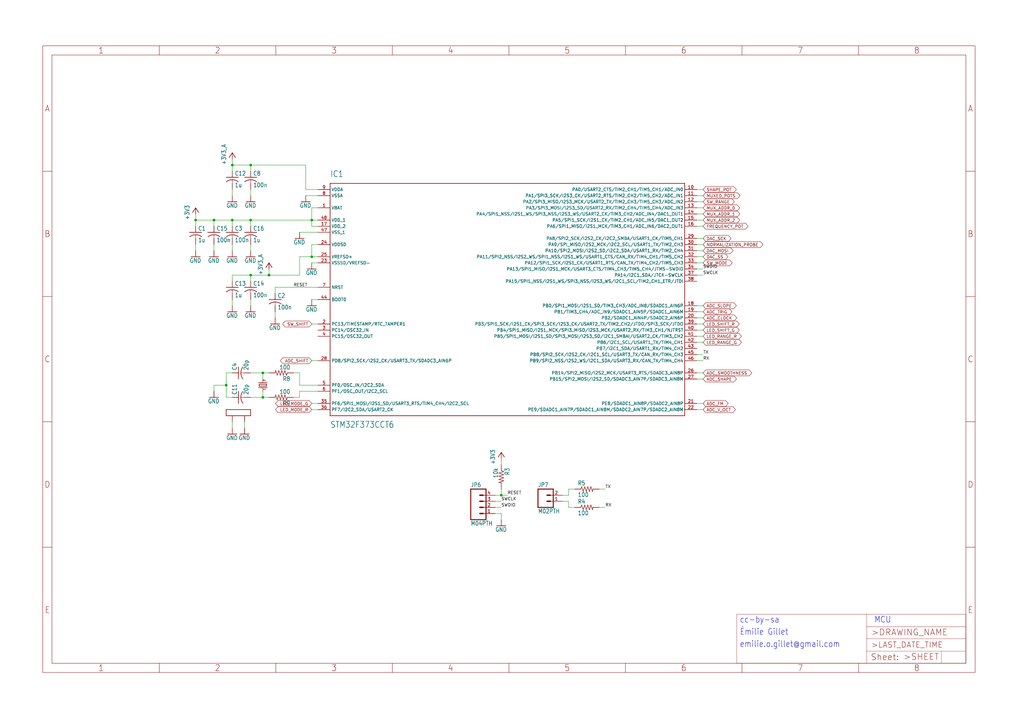
<source format=kicad_sch>
(kicad_sch (version 20211123) (generator eeschema)
  (paper "User" 425.45 299.161)
  (lib_symbols
    (symbol "tides-eagle-import:+3V3" (power)
      (property "Value" "+3V3" (at -2.54 -5.08 90))
      (symbol "+3V3_1_0"
        (polyline (pts (xy 0 0) (xy -1.27 -1.905)) (stroke (width 0.254)))
        (polyline (pts (xy 1.27 -1.905) (xy 0 0)) (stroke (width 0.254)))
        (pin power_in line (at 0 -2.54 90) (length 2.54) (name "+3V3") (number "1"))
      )
    )
    (symbol "tides-eagle-import:+3V3_A" (power)
      (property "Value" "+3V3_A" (at -2.54 -5.08 90))
      (symbol "+3V3_A_1_0"
        (polyline (pts (xy 0 0) (xy -1.27 -1.905)) (stroke (width 0.254)))
        (polyline (pts (xy 1.27 -1.905) (xy 0 0)) (stroke (width 0.254)))
        (pin power_in line (at 0 -2.54 90) (length 2.54) (name "+3V3_A") (number "1"))
      )
    )
    (symbol "tides-eagle-import:A3L-LOC"
      (symbol "A3L-LOC_1_0"
        (polyline (pts (xy 0 52.07) (xy 3.81 52.07)))
        (polyline (pts (xy 0 104.14) (xy 3.81 104.14)))
        (polyline (pts (xy 0 156.21) (xy 3.81 156.21)))
        (polyline (pts (xy 0 208.28) (xy 3.81 208.28)))
        (polyline (pts (xy 3.81 3.81) (xy 3.81 256.54)))
        (polyline (pts (xy 48.4188 0) (xy 48.4188 3.81)))
        (polyline (pts (xy 48.4188 256.54) (xy 48.4188 260.35)))
        (polyline (pts (xy 96.8375 0) (xy 96.8375 3.81)))
        (polyline (pts (xy 96.8375 256.54) (xy 96.8375 260.35)))
        (polyline (pts (xy 145.2563 0) (xy 145.2563 3.81)))
        (polyline (pts (xy 145.2563 256.54) (xy 145.2563 260.35)))
        (polyline (pts (xy 193.675 0) (xy 193.675 3.81)))
        (polyline (pts (xy 193.675 256.54) (xy 193.675 260.35)))
        (polyline (pts (xy 242.0938 0) (xy 242.0938 3.81)))
        (polyline (pts (xy 242.0938 256.54) (xy 242.0938 260.35)))
        (polyline (pts (xy 288.29 3.81) (xy 288.29 24.13)) (stroke (width 0.1016)))
        (polyline (pts (xy 288.29 3.81) (xy 342.265 3.81)) (stroke (width 0.1016)))
        (polyline (pts (xy 288.29 24.13) (xy 342.265 24.13)) (stroke (width 0.1016)))
        (polyline (pts (xy 290.5125 0) (xy 290.5125 3.81)))
        (polyline (pts (xy 290.5125 256.54) (xy 290.5125 260.35)))
        (polyline (pts (xy 338.9313 0) (xy 338.9313 3.81)))
        (polyline (pts (xy 338.9313 256.54) (xy 338.9313 260.35)))
        (polyline (pts (xy 342.265 3.81) (xy 373.38 3.81)) (stroke (width 0.1016)))
        (polyline (pts (xy 342.265 8.89) (xy 342.265 3.81)) (stroke (width 0.1016)))
        (polyline (pts (xy 342.265 8.89) (xy 342.265 13.97)) (stroke (width 0.1016)))
        (polyline (pts (xy 342.265 13.97) (xy 342.265 19.05)) (stroke (width 0.1016)))
        (polyline (pts (xy 342.265 13.97) (xy 383.54 13.97)) (stroke (width 0.1016)))
        (polyline (pts (xy 342.265 19.05) (xy 342.265 24.13)) (stroke (width 0.1016)))
        (polyline (pts (xy 342.265 19.05) (xy 383.54 19.05)) (stroke (width 0.1016)))
        (polyline (pts (xy 342.265 24.13) (xy 383.54 24.13)) (stroke (width 0.1016)))
        (polyline (pts (xy 373.38 3.81) (xy 373.38 8.89)) (stroke (width 0.1016)))
        (polyline (pts (xy 373.38 3.81) (xy 383.54 3.81)) (stroke (width 0.1016)))
        (polyline (pts (xy 373.38 8.89) (xy 342.265 8.89)) (stroke (width 0.1016)))
        (polyline (pts (xy 373.38 8.89) (xy 383.54 8.89)) (stroke (width 0.1016)))
        (polyline (pts (xy 383.54 3.81) (xy 3.81 3.81)))
        (polyline (pts (xy 383.54 3.81) (xy 383.54 8.89)) (stroke (width 0.1016)))
        (polyline (pts (xy 383.54 3.81) (xy 383.54 256.54)))
        (polyline (pts (xy 383.54 8.89) (xy 383.54 13.97)) (stroke (width 0.1016)))
        (polyline (pts (xy 383.54 13.97) (xy 383.54 19.05)) (stroke (width 0.1016)))
        (polyline (pts (xy 383.54 19.05) (xy 383.54 24.13)) (stroke (width 0.1016)))
        (polyline (pts (xy 383.54 52.07) (xy 387.35 52.07)))
        (polyline (pts (xy 383.54 104.14) (xy 387.35 104.14)))
        (polyline (pts (xy 383.54 156.21) (xy 387.35 156.21)))
        (polyline (pts (xy 383.54 208.28) (xy 387.35 208.28)))
        (polyline (pts (xy 383.54 256.54) (xy 3.81 256.54)))
        (polyline (pts (xy 0 0) (xy 387.35 0) (xy 387.35 260.35) (xy 0 260.35) (xy 0 0)))
        (text "1" (at 24.2094 1.905 0) (effects (font (size 2.54 2.286))))
        (text "1" (at 24.2094 258.445 0) (effects (font (size 2.54 2.286))))
        (text "2" (at 72.6281 1.905 0) (effects (font (size 2.54 2.286))))
        (text "2" (at 72.6281 258.445 0) (effects (font (size 2.54 2.286))))
        (text "3" (at 121.0469 1.905 0) (effects (font (size 2.54 2.286))))
        (text "3" (at 121.0469 258.445 0) (effects (font (size 2.54 2.286))))
        (text "4" (at 169.4656 1.905 0) (effects (font (size 2.54 2.286))))
        (text "4" (at 169.4656 258.445 0) (effects (font (size 2.54 2.286))))
        (text "5" (at 217.8844 1.905 0) (effects (font (size 2.54 2.286))))
        (text "5" (at 217.8844 258.445 0) (effects (font (size 2.54 2.286))))
        (text "6" (at 266.3031 1.905 0) (effects (font (size 2.54 2.286))))
        (text "6" (at 266.3031 258.445 0) (effects (font (size 2.54 2.286))))
        (text "7" (at 314.7219 1.905 0) (effects (font (size 2.54 2.286))))
        (text "7" (at 314.7219 258.445 0) (effects (font (size 2.54 2.286))))
        (text "8" (at 363.1406 1.905 0) (effects (font (size 2.54 2.286))))
        (text "8" (at 363.1406 258.445 0) (effects (font (size 2.54 2.286))))
        (text ">DRAWING_NAME" (at 344.17 15.24 0) (effects (font (size 2.54 2.54)) (justify left bottom)))
        (text ">LAST_DATE_TIME" (at 344.17 10.16 0) (effects (font (size 2.286 2.286)) (justify left bottom)))
        (text ">SHEET" (at 357.505 5.08 0) (effects (font (size 2.54 2.54)) (justify left bottom)))
        (text "A" (at 1.905 234.315 0) (effects (font (size 2.54 2.286))))
        (text "A" (at 385.445 234.315 0) (effects (font (size 2.54 2.286))))
        (text "B" (at 1.905 182.245 0) (effects (font (size 2.54 2.286))))
        (text "B" (at 385.445 182.245 0) (effects (font (size 2.54 2.286))))
        (text "C" (at 1.905 130.175 0) (effects (font (size 2.54 2.286))))
        (text "C" (at 385.445 130.175 0) (effects (font (size 2.54 2.286))))
        (text "D" (at 1.905 78.105 0) (effects (font (size 2.54 2.286))))
        (text "D" (at 385.445 78.105 0) (effects (font (size 2.54 2.286))))
        (text "E" (at 1.905 26.035 0) (effects (font (size 2.54 2.286))))
        (text "E" (at 385.445 26.035 0) (effects (font (size 2.54 2.286))))
        (text "Sheet:" (at 343.916 4.953 0) (effects (font (size 2.54 2.54)) (justify left bottom)))
      )
    )
    (symbol "tides-eagle-import:C-USC0402"
      (property "Reference" "C" (at 1.016 0.635 0))
      (property "Value" "C-USC0402" (at 1.016 -4.191 0))
      (symbol "C-USC0402_1_0"
        (arc (start 0 -1.0161) (mid -1.302 -1.2303) (end -2.4668 -1.8504) (stroke (width 0.254)))
        (polyline (pts (xy -2.54 0) (xy 2.54 0)) (stroke (width 0.254)))
        (polyline (pts (xy 0 -1.016) (xy 0 -2.54)) (stroke (width 0.1524)))
        (arc (start 2.4892 -1.8542) (mid 1.3158 -1.2195) (end 0 -1) (stroke (width 0.254)))
        (pin passive line (at 0 2.54 270) (length 2.54) (name "1") (number "1"))
        (pin passive line (at 0 -5.08 90) (length 2.54) (name "2") (number "2"))
      )
    )
    (symbol "tides-eagle-import:CRYSTAL"
      (symbol "CRYSTAL_1_0"
        (polyline (pts (xy -2.54 0) (xy -1.016 0)) (stroke (width 0.1524)))
        (polyline (pts (xy -1.016 1.778) (xy -1.016 -1.778)) (stroke (width 0.254)))
        (polyline (pts (xy -0.381 -1.524) (xy 0.381 -1.524)) (stroke (width 0.254)))
        (polyline (pts (xy -0.381 1.524) (xy -0.381 -1.524)) (stroke (width 0.254)))
        (polyline (pts (xy 0.381 -1.524) (xy 0.381 1.524)) (stroke (width 0.254)))
        (polyline (pts (xy 0.381 1.524) (xy -0.381 1.524)) (stroke (width 0.254)))
        (polyline (pts (xy 1.016 0) (xy 2.54 0)) (stroke (width 0.1524)))
        (polyline (pts (xy 1.016 1.778) (xy 1.016 -1.778)) (stroke (width 0.254)))
        (text "1" (at -2.159 -1.143 0) (effects (font (size 0.8636 0.734)) (justify left bottom)))
        (text "2" (at 1.524 -1.143 0) (effects (font (size 0.8636 0.734)) (justify left bottom)))
        (pin passive line (at -2.54 0 0) (length 0) (name "1") (number "1"))
        (pin passive line (at 2.54 0 180) (length 0) (name "2") (number "3"))
      )
      (symbol "CRYSTAL_2_0"
        (polyline (pts (xy -2.54 0) (xy 7.62 0)) (stroke (width 0.254)))
        (polyline (pts (xy -2.54 2.54) (xy -2.54 0)) (stroke (width 0.254)))
        (polyline (pts (xy 7.62 0) (xy 7.62 2.54)) (stroke (width 0.254)))
        (polyline (pts (xy 7.62 2.54) (xy -2.54 2.54)) (stroke (width 0.254)))
        (pin power_in line (at 0 -2.54 90) (length 2.54) (name "LID1") (number "2"))
        (pin power_in line (at 5.08 -2.54 90) (length 2.54) (name "LID2") (number "4"))
      )
    )
    (symbol "tides-eagle-import:GND" (power)
      (property "Value" "GND" (at -2.54 -2.54 0))
      (symbol "GND_1_0"
        (polyline (pts (xy -1.905 0) (xy 1.905 0)) (stroke (width 0.254)))
        (pin power_in line (at 0 2.54 270) (length 2.54) (name "GND") (number "1"))
      )
    )
    (symbol "tides-eagle-import:M02PTH"
      (property "Reference" "JP" (at -2.54 5.842 0))
      (property "Value" "M02PTH" (at -2.54 -5.08 0))
      (symbol "M02PTH_1_0"
        (polyline (pts (xy -2.54 5.08) (xy -2.54 -2.54)) (stroke (width 0.4064)))
        (polyline (pts (xy -2.54 5.08) (xy 3.81 5.08)) (stroke (width 0.4064)))
        (polyline (pts (xy 1.27 0) (xy 2.54 0)) (stroke (width 0.6096)))
        (polyline (pts (xy 1.27 2.54) (xy 2.54 2.54)) (stroke (width 0.6096)))
        (polyline (pts (xy 3.81 -2.54) (xy -2.54 -2.54)) (stroke (width 0.4064)))
        (polyline (pts (xy 3.81 -2.54) (xy 3.81 5.08)) (stroke (width 0.4064)))
        (pin passive line (at 7.62 0 180) (length 5.08) (name "1") (number "1"))
        (pin passive line (at 7.62 2.54 180) (length 5.08) (name "2") (number "2"))
      )
    )
    (symbol "tides-eagle-import:M04PTH"
      (property "Reference" "JP" (at -5.08 8.382 0))
      (property "Value" "M04PTH" (at -5.08 -7.62 0))
      (symbol "M04PTH_1_0"
        (polyline (pts (xy -5.08 7.62) (xy -5.08 -5.08)) (stroke (width 0.4064)))
        (polyline (pts (xy -5.08 7.62) (xy 1.27 7.62)) (stroke (width 0.4064)))
        (polyline (pts (xy -1.27 -2.54) (xy 0 -2.54)) (stroke (width 0.6096)))
        (polyline (pts (xy -1.27 0) (xy 0 0)) (stroke (width 0.6096)))
        (polyline (pts (xy -1.27 2.54) (xy 0 2.54)) (stroke (width 0.6096)))
        (polyline (pts (xy -1.27 5.08) (xy 0 5.08)) (stroke (width 0.6096)))
        (polyline (pts (xy 1.27 -5.08) (xy -5.08 -5.08)) (stroke (width 0.4064)))
        (polyline (pts (xy 1.27 -5.08) (xy 1.27 7.62)) (stroke (width 0.4064)))
        (pin passive line (at 5.08 -2.54 180) (length 5.08) (name "1") (number "1"))
        (pin passive line (at 5.08 0 180) (length 5.08) (name "2") (number "2"))
        (pin passive line (at 5.08 2.54 180) (length 5.08) (name "3") (number "3"))
        (pin passive line (at 5.08 5.08 180) (length 5.08) (name "4") (number "4"))
      )
    )
    (symbol "tides-eagle-import:R-US_R0402"
      (property "Reference" "R" (at -3.81 1.4986 0))
      (property "Value" "R-US_R0402" (at -3.81 -3.302 0))
      (symbol "R-US_R0402_1_0"
        (polyline (pts (xy -2.54 0) (xy -2.159 1.016)) (stroke (width 0.2032)))
        (polyline (pts (xy -2.159 1.016) (xy -1.524 -1.016)) (stroke (width 0.2032)))
        (polyline (pts (xy -1.524 -1.016) (xy -0.889 1.016)) (stroke (width 0.2032)))
        (polyline (pts (xy -0.889 1.016) (xy -0.254 -1.016)) (stroke (width 0.2032)))
        (polyline (pts (xy -0.254 -1.016) (xy 0.381 1.016)) (stroke (width 0.2032)))
        (polyline (pts (xy 0.381 1.016) (xy 1.016 -1.016)) (stroke (width 0.2032)))
        (polyline (pts (xy 1.016 -1.016) (xy 1.651 1.016)) (stroke (width 0.2032)))
        (polyline (pts (xy 1.651 1.016) (xy 2.286 -1.016)) (stroke (width 0.2032)))
        (polyline (pts (xy 2.286 -1.016) (xy 2.54 0)) (stroke (width 0.2032)))
        (pin passive line (at -5.08 0 0) (length 2.54) (name "1") (number "1"))
        (pin passive line (at 5.08 0 180) (length 2.54) (name "2") (number "2"))
      )
    )
    (symbol "tides-eagle-import:STM32F373C"
      (property "Reference" "IC" (at -73.66 50.8 0))
      (property "Value" "STM32F373C" (at -73.66 -53.34 0))
      (symbol "STM32F373C_1_0"
        (polyline (pts (xy -73.66 -48.26) (xy -73.66 48.26)) (stroke (width 0.254)))
        (polyline (pts (xy -73.66 48.26) (xy 73.66 48.26)) (stroke (width 0.254)))
        (polyline (pts (xy 73.66 -48.26) (xy -73.66 -48.26)) (stroke (width 0.254)))
        (polyline (pts (xy 73.66 48.26) (xy 73.66 -48.26)) (stroke (width 0.254)))
        (pin power_in line (at -78.74 38.1 0) (length 5.08) (name "VBAT") (number "1"))
        (pin bidirectional line (at 78.74 45.72 180) (length 5.08) (name "PA0/USART2_CTS/TIM2_CH1/TIM5_CH1/ADC_IN0") (number "10"))
        (pin bidirectional line (at 78.74 43.18 180) (length 5.08) (name "PA1/SPI3_SCK/I2S3_CK/USART2_RTS/TIM2_CH2/TIM5_CH2/ADC_IN1") (number "11"))
        (pin bidirectional line (at 78.74 40.64 180) (length 5.08) (name "PA2/SPI3_MISO/I2S3_MCK/USART2_TX/TIM2_CH3/TIM5_CH3/ADC_IN2") (number "12"))
        (pin bidirectional line (at 78.74 38.1 180) (length 5.08) (name "PA3/SPI3_MOSI/I2S3_SD/USART2_RX/TIM2_CH4/TIM5_CH4/ADC_IN3") (number "13"))
        (pin bidirectional line (at 78.74 35.56 180) (length 5.08) (name "PA4/SPI1_NSS/I2S1_WS/SPI3_NSS/I2S3_WS/USART2_CK/TIM3_CH2/ADC_IN4/DAC1_OUT1") (number "14"))
        (pin bidirectional line (at 78.74 33.02 180) (length 5.08) (name "PA5/SPI1_SCK/I2S1_CK/TIM2_CH1/ADC_IN5/DAC1_OUT2") (number "15"))
        (pin bidirectional line (at 78.74 30.48 180) (length 5.08) (name "PA6/SPI1_MISO/I2S1_MCK/TIM3_CH1/ADC_IN6/DAC2_OUT1") (number "16"))
        (pin power_in line (at -78.74 30.48 0) (length 5.08) (name "VDD_2") (number "17"))
        (pin bidirectional line (at 78.74 -2.54 180) (length 5.08) (name "PB0/SPI1_MOSI/I2S1_SD/TIM3_CH3/ADC_IN8/SDADC1_AIN6P") (number "18"))
        (pin bidirectional line (at 78.74 -5.08 180) (length 5.08) (name "PB1/TIM3_CH4/ADC_IN9/SDADC1_AIN5P/SDADC1_AIN6M") (number "19"))
        (pin bidirectional line (at -78.74 -10.16 0) (length 5.08) (name "PC13/TIMESTAMP/RTC_TAMPER1") (number "2"))
        (pin bidirectional line (at 78.74 -7.62 180) (length 5.08) (name "PB2/SDADC1_AIN4P/SDADC2_AIN6P") (number "20"))
        (pin bidirectional line (at 78.74 -43.18 180) (length 5.08) (name "PE8/SDADC1_AIN8P/SDADC2_AIN8P") (number "21"))
        (pin bidirectional line (at 78.74 -45.72 180) (length 5.08) (name "PE9/SDADC1_AIN7P/SDADC1_AIN8M/SDADC2_AIN7P/SDADC2_AIN8M") (number "22"))
        (pin power_in line (at -78.74 15.24 0) (length 5.08) (name "VSSSD/VREFSD-") (number "23"))
        (pin power_in line (at -78.74 22.86 0) (length 5.08) (name "VDDSD") (number "24"))
        (pin power_in line (at -78.74 17.78 0) (length 5.08) (name "VREFSD+") (number "25"))
        (pin bidirectional line (at 78.74 -30.48 180) (length 5.08) (name "PB14/SPI2_MISO/I2S2_MCK/USART3_RTS/SDADC3_AIN8P") (number "26"))
        (pin bidirectional line (at 78.74 -33.02 180) (length 5.08) (name "PB15/SPI2_MOSI/I2S2_SD/SDADC3_AIN7P/SDADC3_AIN8M") (number "27"))
        (pin bidirectional line (at -78.74 -25.4 0) (length 5.08) (name "PD8/SPI2_SCK/I2S2_CK/USART3_TX/SDADC3_AIN6P") (number "28"))
        (pin bidirectional line (at 78.74 25.4 180) (length 5.08) (name "PA8/SPI2_SCK/I2S2_CK/I2C2_SMBA/USART1_CK/TIM5_CH1") (number "29"))
        (pin bidirectional line (at -78.74 -12.7 0) (length 5.08) (name "PC14/OSC32_IN") (number "3"))
        (pin bidirectional line (at 78.74 22.86 180) (length 5.08) (name "PA9/SPI_MISO/I2S2_MCK/I2C2_SCL/USART1_TX/TIM2_CH3") (number "30"))
        (pin bidirectional line (at 78.74 20.32 180) (length 5.08) (name "PA10/SPI2_MOSI/I2S2_SD/I2C2_SDA/USART1_RX/TIM2_CH4") (number "31"))
        (pin bidirectional line (at 78.74 17.78 180) (length 5.08) (name "PA11/SPI2_NSS/I2S2_WS/SPI1_NSS/I2S1_WS/USART1_CTS/CAN_RX/TIM4_CH1/TIM5_CH2") (number "32"))
        (pin bidirectional line (at 78.74 15.24 180) (length 5.08) (name "PA12/SPI1_SCK/I2S1_CK/USART1_RTS/CAN_TX/TIM4_CH2/TIM5_CH3") (number "33"))
        (pin bidirectional line (at 78.74 12.7 180) (length 5.08) (name "PA13/SPI1_MISO/I2S1_MCK/USART3_CTS/TIM4_CH3/TIM5_CH4/JTMS-SWDIO") (number "34"))
        (pin bidirectional line (at -78.74 -43.18 0) (length 5.08) (name "PF6/SPI1_MOSI/I2S1_SD/USART3_RTS/TIM4_CH4/I2C2_SCL") (number "35"))
        (pin bidirectional line (at -78.74 -45.72 0) (length 5.08) (name "PF7/I2C2_SDA/USART2_CK") (number "36"))
        (pin bidirectional line (at 78.74 10.16 180) (length 5.08) (name "PA14/I2C1_SDA/JTCK-SWCLK") (number "37"))
        (pin bidirectional line (at 78.74 7.62 180) (length 5.08) (name "PA15/SPI1_NSS/I2S1_WS/SPI3_NSS/I2S3_WS/I2C1_SCL/TIM2_CH1_ETR/JTDI") (number "38"))
        (pin bidirectional line (at 78.74 -10.16 180) (length 5.08) (name "PB3/SPI1_SCK/I2S1_CK/SPI3_SCK/I2S3_CK/USART2_TX/TIM2_CH2/JTDO/SPI3_SCK/JTDO") (number "39"))
        (pin bidirectional line (at -78.74 -15.24 0) (length 5.08) (name "PC15/OSC32_OUT") (number "4"))
        (pin bidirectional line (at 78.74 -12.7 180) (length 5.08) (name "PB4/SPI1_MISO/I2S1_MCK/SPI3_MISO/I2S3_MCK/USART2_RX/TIM3_CH1/NJTRST") (number "40"))
        (pin bidirectional line (at 78.74 -15.24 180) (length 5.08) (name "PB5/SPI1_MOSI/I2S1_SD/SPI3_MOSI/I2S3_SD/I2C1_SMBAI/USART2_CK/TIM3_CH2") (number "41"))
        (pin bidirectional line (at 78.74 -17.78 180) (length 5.08) (name "PB6/I2C1_SCL/USART1_TX/TIM4_CH1") (number "42"))
        (pin bidirectional line (at 78.74 -20.32 180) (length 5.08) (name "PB7/I2C1_SDA/USART1_RX/TIM4_CH2") (number "43"))
        (pin bidirectional line (at -78.74 0 0) (length 5.08) (name "BOOT0") (number "44"))
        (pin bidirectional line (at 78.74 -22.86 180) (length 5.08) (name "PB8/SPI2_SCK/I2S2_CK/I2C1_SCL/USART3_TX/CAN_RX/TIM4_CH3") (number "45"))
        (pin bidirectional line (at 78.74 -25.4 180) (length 5.08) (name "PB9/SPI2_NSS/I2S2_WS/I2C1_SDA/USART3_RX/CAN_TX/TIM4_CH4") (number "46"))
        (pin power_in line (at -78.74 27.94 0) (length 5.08) (name "VSS_1") (number "47"))
        (pin power_in line (at -78.74 33.02 0) (length 5.08) (name "VDD_1") (number "48"))
        (pin bidirectional line (at -78.74 -35.56 0) (length 5.08) (name "PF0/OSC_IN/I2C2_SDA") (number "5"))
        (pin bidirectional line (at -78.74 -38.1 0) (length 5.08) (name "PF1/OSC_OUT/I2C2_SCL") (number "6"))
        (pin bidirectional line (at -78.74 5.08 0) (length 5.08) (name "NRST") (number "7"))
        (pin power_in line (at -78.74 43.18 0) (length 5.08) (name "VSSA") (number "8"))
        (pin power_in line (at -78.74 45.72 0) (length 5.08) (name "VDDA") (number "9"))
      )
    )
  )
  (junction (at 111.76 114.3))
  (junction (at 109.22 154.94))
  (junction (at 104.14 68.58))
  (junction (at 88.9 91.44))
  (junction (at 104.14 91.44))
  (junction (at 208.28 205.74))
  (junction (at 129.54 106.68))
  (junction (at 109.22 165.1))
  (junction (at 96.52 91.44))
  (junction (at 81.28 91.44))
  (junction (at 104.14 114.3))
  (junction (at 93.98 160.02))
  (junction (at 96.52 68.58))
  (junction (at 129.54 91.44))
  (wire (pts (xy 289.56 134.62) (xy 292.1 134.62)))
  (wire (pts (xy 104.14 68.58) (xy 96.52 68.58)))
  (wire (pts (xy 124.46 160.02) (xy 132.08 160.02)))
  (wire (pts (xy 93.98 160.02) (xy 88.9 160.02)))
  (wire (pts (xy 88.9 91.44) (xy 81.28 91.44)))
  (wire (pts (xy 248.92 203.2) (xy 251.46 203.2)))
  (wire (pts (xy 132.08 170.18) (xy 129.54 170.18)))
  (wire (pts (xy 289.56 106.68) (xy 292.1 106.68)))
  (wire (pts (xy 289.56 137.16) (xy 292.1 137.16)))
  (wire (pts (xy 111.76 165.1) (xy 109.22 165.1)))
  (wire (pts (xy 132.08 93.98) (xy 129.54 93.98)))
  (wire (pts (xy 114.3 119.38) (xy 114.3 121.92)))
  (wire (pts (xy 124.46 106.68) (xy 129.54 106.68)))
  (wire (pts (xy 289.56 104.14) (xy 292.1 104.14)))
  (wire (pts (xy 101.6 175.26) (xy 101.6 177.8)))
  (wire (pts (xy 236.22 210.82) (xy 238.76 210.82)))
  (wire (pts (xy 129.54 101.6) (xy 129.54 106.68)))
  (wire (pts (xy 104.14 116.84) (xy 104.14 114.3)))
  (wire (pts (xy 104.14 124.46) (xy 104.14 127)))
  (wire (pts (xy 114.3 129.54) (xy 114.3 132.08)))
  (wire (pts (xy 289.56 93.98) (xy 292.1 93.98)))
  (wire (pts (xy 289.56 129.54) (xy 292.1 129.54)))
  (wire (pts (xy 96.52 116.84) (xy 96.52 114.3)))
  (wire (pts (xy 127 78.74) (xy 132.08 78.74)))
  (wire (pts (xy 208.28 205.74) (xy 210.82 205.74)))
  (wire (pts (xy 129.54 86.36) (xy 129.54 91.44)))
  (wire (pts (xy 129.54 91.44) (xy 132.08 91.44)))
  (wire (pts (xy 289.56 149.86) (xy 292.1 149.86)))
  (wire (pts (xy 104.14 91.44) (xy 129.54 91.44)))
  (wire (pts (xy 93.98 154.94) (xy 93.98 160.02)))
  (wire (pts (xy 96.52 66.04) (xy 96.52 68.58)))
  (wire (pts (xy 124.46 165.1) (xy 121.92 165.1)))
  (wire (pts (xy 104.14 78.74) (xy 104.14 81.28)))
  (wire (pts (xy 289.56 114.3) (xy 292.1 114.3)))
  (wire (pts (xy 81.28 91.44) (xy 81.28 88.9)))
  (wire (pts (xy 124.46 154.94) (xy 121.92 154.94)))
  (wire (pts (xy 104.14 71.12) (xy 104.14 68.58)))
  (wire (pts (xy 132.08 81.28) (xy 127 81.28)))
  (wire (pts (xy 289.56 132.08) (xy 292.1 132.08)))
  (wire (pts (xy 236.22 205.74) (xy 236.22 203.2)))
  (wire (pts (xy 132.08 106.68) (xy 129.54 106.68)))
  (wire (pts (xy 289.56 142.24) (xy 292.1 142.24)))
  (wire (pts (xy 289.56 154.94) (xy 292.1 154.94)))
  (wire (pts (xy 132.08 124.46) (xy 129.54 124.46)))
  (wire (pts (xy 124.46 160.02) (xy 124.46 154.94)))
  (wire (pts (xy 111.76 114.3) (xy 124.46 114.3)))
  (wire (pts (xy 132.08 167.64) (xy 129.54 167.64)))
  (wire (pts (xy 88.9 160.02) (xy 88.9 162.56)))
  (wire (pts (xy 96.52 78.74) (xy 96.52 81.28)))
  (wire (pts (xy 289.56 157.48) (xy 292.1 157.48)))
  (wire (pts (xy 132.08 86.36) (xy 129.54 86.36)))
  (wire (pts (xy 208.28 203.2) (xy 208.28 205.74)))
  (wire (pts (xy 289.56 91.44) (xy 292.1 91.44)))
  (wire (pts (xy 93.98 165.1) (xy 96.52 165.1)))
  (wire (pts (xy 81.28 93.98) (xy 81.28 91.44)))
  (wire (pts (xy 96.52 124.46) (xy 96.52 127)))
  (wire (pts (xy 289.56 111.76) (xy 292.1 111.76)))
  (wire (pts (xy 205.74 210.82) (xy 208.28 210.82)))
  (wire (pts (xy 205.74 205.74) (xy 208.28 205.74)))
  (wire (pts (xy 109.22 154.94) (xy 109.22 157.48)))
  (wire (pts (xy 129.54 109.22) (xy 132.08 109.22)))
  (wire (pts (xy 104.14 93.98) (xy 104.14 91.44)))
  (wire (pts (xy 104.14 68.58) (xy 127 68.58)))
  (wire (pts (xy 96.52 175.26) (xy 96.52 177.8)))
  (wire (pts (xy 132.08 162.56) (xy 124.46 162.56)))
  (wire (pts (xy 129.54 101.6) (xy 132.08 101.6)))
  (wire (pts (xy 124.46 114.3) (xy 124.46 106.68)))
  (wire (pts (xy 289.56 81.28) (xy 292.1 81.28)))
  (wire (pts (xy 124.46 165.1) (xy 124.46 162.56)))
  (wire (pts (xy 104.14 101.6) (xy 104.14 104.14)))
  (wire (pts (xy 236.22 203.2) (xy 238.76 203.2)))
  (wire (pts (xy 233.68 208.28) (xy 236.22 208.28)))
  (wire (pts (xy 127 68.58) (xy 127 78.74)))
  (wire (pts (xy 289.56 167.64) (xy 292.1 167.64)))
  (wire (pts (xy 289.56 109.22) (xy 292.1 109.22)))
  (wire (pts (xy 88.9 101.6) (xy 88.9 104.14)))
  (wire (pts (xy 289.56 127) (xy 292.1 127)))
  (wire (pts (xy 96.52 71.12) (xy 96.52 68.58)))
  (wire (pts (xy 104.14 114.3) (xy 96.52 114.3)))
  (wire (pts (xy 96.52 91.44) (xy 88.9 91.44)))
  (wire (pts (xy 96.52 101.6) (xy 96.52 104.14)))
  (wire (pts (xy 88.9 93.98) (xy 88.9 91.44)))
  (wire (pts (xy 104.14 114.3) (xy 111.76 114.3)))
  (wire (pts (xy 289.56 170.18) (xy 292.1 170.18)))
  (wire (pts (xy 208.28 193.04) (xy 208.28 190.5)))
  (wire (pts (xy 289.56 83.82) (xy 292.1 83.82)))
  (wire (pts (xy 289.56 78.74) (xy 292.1 78.74)))
  (wire (pts (xy 81.28 101.6) (xy 81.28 104.14)))
  (wire (pts (xy 111.76 111.76) (xy 111.76 114.3)))
  (wire (pts (xy 132.08 96.52) (xy 124.46 96.52)))
  (wire (pts (xy 132.08 149.86) (xy 129.54 149.86)))
  (wire (pts (xy 109.22 154.94) (xy 111.76 154.94)))
  (wire (pts (xy 114.3 119.38) (xy 132.08 119.38)))
  (wire (pts (xy 205.74 208.28) (xy 208.28 208.28)))
  (wire (pts (xy 289.56 101.6) (xy 292.1 101.6)))
  (wire (pts (xy 289.56 139.7) (xy 292.1 139.7)))
  (wire (pts (xy 248.92 210.82) (xy 251.46 210.82)))
  (wire (pts (xy 205.74 213.36) (xy 208.28 213.36)))
  (wire (pts (xy 96.52 91.44) (xy 104.14 91.44)))
  (wire (pts (xy 236.22 208.28) (xy 236.22 210.82)))
  (wire (pts (xy 233.68 205.74) (xy 236.22 205.74)))
  (wire (pts (xy 96.52 93.98) (xy 96.52 91.44)))
  (wire (pts (xy 132.08 134.62) (xy 129.54 134.62)))
  (wire (pts (xy 129.54 93.98) (xy 129.54 91.44)))
  (wire (pts (xy 93.98 160.02) (xy 93.98 165.1)))
  (wire (pts (xy 289.56 99.06) (xy 292.1 99.06)))
  (wire (pts (xy 289.56 86.36) (xy 292.1 86.36)))
  (wire (pts (xy 109.22 165.1) (xy 109.22 162.56)))
  (wire (pts (xy 208.28 213.36) (xy 208.28 215.9)))
  (wire (pts (xy 96.52 154.94) (xy 93.98 154.94)))
  (wire (pts (xy 104.14 165.1) (xy 109.22 165.1)))
  (wire (pts (xy 289.56 147.32) (xy 292.1 147.32)))
  (wire (pts (xy 104.14 154.94) (xy 109.22 154.94)))
  (wire (pts (xy 289.56 88.9) (xy 292.1 88.9)))
  (text "emilie.o.gillet@gmail.com" (at 307.34 269.24 180) (effects (font (size 2.54 2.159)) (justify left bottom)))
  (text "cc-by-sa" (at 307.34 259.08 180) (effects (font (size 2.54 2.159)) (justify left bottom)))
  (text "Émilie Gillet" (at 307.34 264.16 180) (effects (font (size 2.54 2.159)) (justify left bottom)))
  (text "MCU" (at 363.22 259.08 180) (effects (font (size 2.54 2.159)) (justify left bottom)))
  (label "SWCLK" (at 292.1 114.3 0) (effects (font (size 1.2446 1.2446))))
  (label "SWDIO" (at 208.28 210.82 0) (effects (font (size 1.2446 1.2446))))
  (label "RESET" (at 210.82 205.74 0) (effects (font (size 1.2446 1.2446))))
  (label "RX" (at 292.1 149.86 0) (effects (font (size 1.2446 1.2446))))
  (label "RESET" (at 121.92 119.38 0) (effects (font (size 1.2446 1.2446))))
  (label "SWDIO" (at 292.1 111.76 0) (effects (font (size 1.2446 1.2446))))
  (label "TX" (at 292.1 147.32 0) (effects (font (size 1.2446 1.2446))))
  (label "SWCLK" (at 208.28 208.28 0) (effects (font (size 1.2446 1.2446))))
  (label "RX" (at 251.46 210.82 0) (effects (font (size 1.2446 1.2446))))
  (label "TX" (at 251.46 203.2 0) (effects (font (size 1.2446 1.2446))))
  (global_label "SW_SHIFT" (shape bidirectional) (at 129.54 134.62 180) (effects (font (size 1.2446 1.2446))) (property "Intersheet References" "${INTERSHEET_REFS}" (effects hide)))
  (global_label "DAC_SS" (shape bidirectional) (at 292.1 106.68 0) (effects (font (size 1.2446 1.2446))) (property "Intersheet References" "${INTERSHEET_REFS}" (effects hide)))
  (global_label "DAC_SCK" (shape bidirectional) (at 292.1 99.06 0) (effects (font (size 1.2446 1.2446))) (property "Intersheet References" "${INTERSHEET_REFS}" (effects hide)))
  (global_label "ADC_SHIFT" (shape bidirectional) (at 129.54 149.86 180) (effects (font (size 1.2446 1.2446))) (property "Intersheet References" "${INTERSHEET_REFS}" (effects hide)))
  (global_label "MUXED_POTS" (shape bidirectional) (at 292.1 81.28 0) (effects (font (size 1.2446 1.2446))) (property "Intersheet References" "${INTERSHEET_REFS}" (effects hide)))
  (global_label "ADC_CLOCK" (shape bidirectional) (at 292.1 132.08 0) (effects (font (size 1.2446 1.2446))) (property "Intersheet References" "${INTERSHEET_REFS}" (effects hide)))
  (global_label "SHAPE_POT" (shape bidirectional) (at 292.1 78.74 0) (effects (font (size 1.2446 1.2446))) (property "Intersheet References" "${INTERSHEET_REFS}" (effects hide)))
  (global_label "ADC_SHAPE" (shape bidirectional) (at 292.1 157.48 0) (effects (font (size 1.2446 1.2446))) (property "Intersheet References" "${INTERSHEET_REFS}" (effects hide)))
  (global_label "LED_SHIFT_G" (shape bidirectional) (at 292.1 137.16 0) (effects (font (size 1.2446 1.2446))) (property "Intersheet References" "${INTERSHEET_REFS}" (effects hide)))
  (global_label "SW_RANGE" (shape bidirectional) (at 292.1 83.82 0) (effects (font (size 1.2446 1.2446))) (property "Intersheet References" "${INTERSHEET_REFS}" (effects hide)))
  (global_label "LED_MODE_G" (shape bidirectional) (at 129.54 167.64 180) (effects (font (size 1.2446 1.2446))) (property "Intersheet References" "${INTERSHEET_REFS}" (effects hide)))
  (global_label "ADC_FM" (shape bidirectional) (at 292.1 167.64 0) (effects (font (size 1.2446 1.2446))) (property "Intersheet References" "${INTERSHEET_REFS}" (effects hide)))
  (global_label "LED_RANGE_R" (shape bidirectional) (at 292.1 139.7 0) (effects (font (size 1.2446 1.2446))) (property "Intersheet References" "${INTERSHEET_REFS}" (effects hide)))
  (global_label "MUX_ADDR_1" (shape bidirectional) (at 292.1 88.9 0) (effects (font (size 1.2446 1.2446))) (property "Intersheet References" "${INTERSHEET_REFS}" (effects hide)))
  (global_label "LED_MODE_R" (shape bidirectional) (at 129.54 170.18 180) (effects (font (size 1.2446 1.2446))) (property "Intersheet References" "${INTERSHEET_REFS}" (effects hide)))
  (global_label "ADC_V_OCT" (shape bidirectional) (at 292.1 170.18 0) (effects (font (size 1.2446 1.2446))) (property "Intersheet References" "${INTERSHEET_REFS}" (effects hide)))
  (global_label "LED_RANGE_G" (shape bidirectional) (at 292.1 142.24 0) (effects (font (size 1.2446 1.2446))) (property "Intersheet References" "${INTERSHEET_REFS}" (effects hide)))
  (global_label "MUX_ADDR_0" (shape bidirectional) (at 292.1 86.36 0) (effects (font (size 1.2446 1.2446))) (property "Intersheet References" "${INTERSHEET_REFS}" (effects hide)))
  (global_label "FREQUENCY_POT" (shape bidirectional) (at 292.1 93.98 0) (effects (font (size 1.2446 1.2446))) (property "Intersheet References" "${INTERSHEET_REFS}" (effects hide)))
  (global_label "ADC_SMOOTHNESS" (shape bidirectional) (at 292.1 154.94 0) (effects (font (size 1.2446 1.2446))) (property "Intersheet References" "${INTERSHEET_REFS}" (effects hide)))
  (global_label "LED_SHIFT_R" (shape bidirectional) (at 292.1 134.62 0) (effects (font (size 1.2446 1.2446))) (property "Intersheet References" "${INTERSHEET_REFS}" (effects hide)))
  (global_label "MUX_ADDR_2" (shape bidirectional) (at 292.1 91.44 0) (effects (font (size 1.2446 1.2446))) (property "Intersheet References" "${INTERSHEET_REFS}" (effects hide)))
  (global_label "ADC_SLOPE" (shape bidirectional) (at 292.1 127 0) (effects (font (size 1.2446 1.2446))) (property "Intersheet References" "${INTERSHEET_REFS}" (effects hide)))
  (global_label "NORMALIZATION_PROBE" (shape bidirectional) (at 292.1 101.6 0) (effects (font (size 1.2446 1.2446))) (property "Intersheet References" "${INTERSHEET_REFS}" (effects hide)))
  (global_label "ADC_TRIG" (shape bidirectional) (at 292.1 129.54 0) (effects (font (size 1.2446 1.2446))) (property "Intersheet References" "${INTERSHEET_REFS}" (effects hide)))
  (global_label "SW_MODE" (shape bidirectional) (at 292.1 109.22 0) (effects (font (size 1.2446 1.2446))) (property "Intersheet References" "${INTERSHEET_REFS}" (effects hide)))
  (global_label "DAC_MOSI" (shape bidirectional) (at 292.1 104.14 0) (effects (font (size 1.2446 1.2446))) (property "Intersheet References" "${INTERSHEET_REFS}" (effects hide)))
  (symbol (lib_id "tides-eagle-import:+3V3_A") (at 111.76 109.22 0) (unit 1)
    (property "Reference" "#+3V03" (effects hide))
    (property "Value" "+3V3_A" (at 109.22 114.3 90) (effects (font (size 1.778 1.5113)) (justify left bottom)))
    (property "Footprint" "tides:" (effects hide))
  )
  (symbol (lib_id "tides-eagle-import:+3V3_A") (at 96.52 63.5 0) (unit 1)
    (property "Reference" "#+3V01" (effects hide))
    (property "Value" "+3V3_A" (at 93.98 68.58 90) (effects (font (size 1.778 1.5113)) (justify left bottom)))
    (property "Footprint" "tides:" (effects hide))
  )
  (symbol (lib_id "tides-eagle-import:+3V3") (at 208.28 187.96 0) (unit 1)
    (property "Reference" "#+3V04" (effects hide))
    (property "Value" "+3V3" (at 205.74 193.04 90) (effects (font (size 1.778 1.5113)) (justify left bottom)))
    (property "Footprint" "tides:" (effects hide))
  )
  (symbol (lib_id "tides-eagle-import:GND") (at 104.14 129.54 0) (unit 1)
    (property "Reference" "#GND099" (effects hide))
    (property "Value" "GND" (at 101.6 132.08 0) (effects (font (size 1.778 1.5113)) (justify left bottom)))
    (property "Footprint" "tides:" (effects hide))
  )
  (symbol (lib_id "tides-eagle-import:C-USC0402") (at 104.14 73.66 0) (unit 1)
    (property "Reference" "C8" (at 105.156 73.025 0) (effects (font (size 1.778 1.5113)) (justify left bottom)))
    (property "Value" "100n" (at 105.156 77.851 0) (effects (font (size 1.778 1.5113)) (justify left bottom)))
    (property "Footprint" "tides:C0402" (effects hide))
  )
  (symbol (lib_id "tides-eagle-import:GND") (at 96.52 83.82 0) (unit 1)
    (property "Reference" "#GND079" (effects hide))
    (property "Value" "GND" (at 93.98 86.36 0) (effects (font (size 1.778 1.5113)) (justify left bottom)))
    (property "Footprint" "tides:" (effects hide))
  )
  (symbol (lib_id "tides-eagle-import:GND") (at 88.9 165.1 0) (unit 1)
    (property "Reference" "#GND056" (effects hide))
    (property "Value" "GND" (at 86.36 167.64 0) (effects (font (size 1.778 1.5113)) (justify left bottom)))
    (property "Footprint" "tides:" (effects hide))
  )
  (symbol (lib_id "tides-eagle-import:C-USC0402") (at 104.14 119.38 0) (unit 1)
    (property "Reference" "C14" (at 105.156 118.745 0) (effects (font (size 1.778 1.5113)) (justify left bottom)))
    (property "Value" "100n" (at 105.156 123.571 0) (effects (font (size 1.778 1.5113)) (justify left bottom)))
    (property "Footprint" "tides:C0402" (effects hide))
  )
  (symbol (lib_id "tides-eagle-import:M04PTH") (at 200.66 210.82 0) (unit 1)
    (property "Reference" "JP6" (at 195.58 202.438 0) (effects (font (size 1.778 1.5113)) (justify left bottom)))
    (property "Value" "M04PTH" (at 195.58 218.44 0) (effects (font (size 1.778 1.5113)) (justify left bottom)))
    (property "Footprint" "tides:1X04" (effects hide))
  )
  (symbol (lib_id "tides-eagle-import:STM32F373C") (at 210.82 124.46 0) (unit 1)
    (property "Reference" "IC1" (at 137.16 73.66 0) (effects (font (size 2.54 2.159)) (justify left bottom)))
    (property "Value" "STM32F373CCT6" (at 137.16 177.8 0) (effects (font (size 2.54 2.159)) (justify left bottom)))
    (property "Footprint" "tides:LQFP48" (effects hide))
  )
  (symbol (lib_id "tides-eagle-import:CRYSTAL") (at 96.52 172.72 0) (unit 2)
    (property "Reference" "Q1" (effects hide))
    (property "Value" "8MHz" (effects hide))
    (property "Footprint" "tides:CTS406" (effects hide))
  )
  (symbol (lib_id "tides-eagle-import:GND") (at 129.54 127 0) (unit 1)
    (property "Reference" "#GND08" (effects hide))
    (property "Value" "GND" (at 127 129.54 0) (effects (font (size 1.778 1.5113)) (justify left bottom)))
    (property "Footprint" "tides:" (effects hide))
  )
  (symbol (lib_id "tides-eagle-import:CRYSTAL") (at 109.22 160.02 90) (unit 1)
    (property "Reference" "Q1" (effects hide))
    (property "Value" "8MHz" (effects hide))
    (property "Footprint" "tides:CTS406" (effects hide))
  )
  (symbol (lib_id "tides-eagle-import:C-USC0402") (at 114.3 124.46 0) (unit 1)
    (property "Reference" "C2" (at 115.316 123.825 0) (effects (font (size 1.778 1.5113)) (justify left bottom)))
    (property "Value" "100n" (at 115.316 128.651 0) (effects (font (size 1.778 1.5113)) (justify left bottom)))
    (property "Footprint" "tides:C0402" (effects hide))
  )
  (symbol (lib_id "tides-eagle-import:A3L-LOC") (at 17.78 279.4 0) (unit 1)
    (property "Reference" "#FRAME2" (effects hide))
    (property "Value" "A3L-LOC" (effects hide))
    (property "Footprint" "tides:" (effects hide))
  )
  (symbol (lib_id "tides-eagle-import:GND") (at 208.28 218.44 0) (unit 1)
    (property "Reference" "#GND085" (effects hide))
    (property "Value" "GND" (at 205.74 220.98 0) (effects (font (size 1.778 1.5113)) (justify left bottom)))
    (property "Footprint" "tides:" (effects hide))
  )
  (symbol (lib_id "tides-eagle-import:GND") (at 96.52 180.34 0) (unit 1)
    (property "Reference" "#GND067" (effects hide))
    (property "Value" "GND" (at 93.98 182.88 0) (effects (font (size 1.778 1.5113)) (justify left bottom)))
    (property "Footprint" "tides:" (effects hide))
  )
  (symbol (lib_id "tides-eagle-import:GND") (at 114.3 134.62 0) (unit 1)
    (property "Reference" "#GND042" (effects hide))
    (property "Value" "GND" (at 111.76 137.16 0) (effects (font (size 1.778 1.5113)) (justify left bottom)))
    (property "Footprint" "tides:" (effects hide))
  )
  (symbol (lib_id "tides-eagle-import:R-US_R0402") (at 243.84 210.82 0) (unit 1)
    (property "Reference" "R4" (at 240.03 209.3214 0) (effects (font (size 1.778 1.5113)) (justify left bottom)))
    (property "Value" "100" (at 240.03 214.122 0) (effects (font (size 1.778 1.5113)) (justify left bottom)))
    (property "Footprint" "tides:R0402" (effects hide))
  )
  (symbol (lib_id "tides-eagle-import:GND") (at 96.52 129.54 0) (unit 1)
    (property "Reference" "#GND0100" (effects hide))
    (property "Value" "GND" (at 93.98 132.08 0) (effects (font (size 1.778 1.5113)) (justify left bottom)))
    (property "Footprint" "tides:" (effects hide))
  )
  (symbol (lib_id "tides-eagle-import:+3V3") (at 81.28 86.36 0) (unit 1)
    (property "Reference" "#+3V013" (effects hide))
    (property "Value" "+3V3" (at 78.74 91.44 90) (effects (font (size 1.778 1.5113)) (justify left bottom)))
    (property "Footprint" "tides:" (effects hide))
  )
  (symbol (lib_id "tides-eagle-import:R-US_R0402") (at 208.28 198.12 270) (unit 1)
    (property "Reference" "R3" (at 209.7786 194.31 0) (effects (font (size 1.778 1.5113)) (justify left bottom)))
    (property "Value" "10k" (at 204.978 194.31 0) (effects (font (size 1.778 1.5113)) (justify left bottom)))
    (property "Footprint" "tides:R0402" (effects hide))
  )
  (symbol (lib_id "tides-eagle-import:GND") (at 101.6 180.34 0) (unit 1)
    (property "Reference" "#GND086" (effects hide))
    (property "Value" "GND" (at 99.06 182.88 0) (effects (font (size 1.778 1.5113)) (justify left bottom)))
    (property "Footprint" "tides:" (effects hide))
  )
  (symbol (lib_id "tides-eagle-import:M02PTH") (at 226.06 208.28 0) (unit 1)
    (property "Reference" "JP7" (at 223.52 202.438 0) (effects (font (size 1.778 1.5113)) (justify left bottom)))
    (property "Value" "M02PTH" (at 223.52 213.36 0) (effects (font (size 1.778 1.5113)) (justify left bottom)))
    (property "Footprint" "tides:1X02" (effects hide))
  )
  (symbol (lib_id "tides-eagle-import:GND") (at 104.14 106.68 0) (unit 1)
    (property "Reference" "#GND098" (effects hide))
    (property "Value" "GND" (at 101.6 109.22 0) (effects (font (size 1.778 1.5113)) (justify left bottom)))
    (property "Footprint" "tides:" (effects hide))
  )
  (symbol (lib_id "tides-eagle-import:GND") (at 104.14 83.82 0) (unit 1)
    (property "Reference" "#GND096" (effects hide))
    (property "Value" "GND" (at 101.6 86.36 0) (effects (font (size 1.778 1.5113)) (justify left bottom)))
    (property "Footprint" "tides:" (effects hide))
  )
  (symbol (lib_id "tides-eagle-import:C-USC0402") (at 99.06 154.94 90) (unit 1)
    (property "Reference" "C4" (at 98.425 153.924 0) (effects (font (size 1.778 1.5113)) (justify left bottom)))
    (property "Value" "20p" (at 103.251 153.924 0) (effects (font (size 1.778 1.5113)) (justify left bottom)))
    (property "Footprint" "tides:C0402" (effects hide))
  )
  (symbol (lib_id "tides-eagle-import:C-USC0402") (at 81.28 96.52 0) (unit 1)
    (property "Reference" "C1" (at 82.296 95.885 0) (effects (font (size 1.778 1.5113)) (justify left bottom)))
    (property "Value" "1u" (at 82.296 100.711 0) (effects (font (size 1.778 1.5113)) (justify left bottom)))
    (property "Footprint" "tides:C0402" (effects hide))
  )
  (symbol (lib_id "tides-eagle-import:C-USC0402") (at 88.9 96.52 0) (unit 1)
    (property "Reference" "C15" (at 89.916 95.885 0) (effects (font (size 1.778 1.5113)) (justify left bottom)))
    (property "Value" "100n" (at 89.916 100.711 0) (effects (font (size 1.778 1.5113)) (justify left bottom)))
    (property "Footprint" "tides:C0402" (effects hide))
  )
  (symbol (lib_id "tides-eagle-import:GND") (at 129.54 111.76 0) (unit 1)
    (property "Reference" "#GND05" (effects hide))
    (property "Value" "GND" (at 127 114.3 0) (effects (font (size 1.778 1.5113)) (justify left bottom)))
    (property "Footprint" "tides:" (effects hide))
  )
  (symbol (lib_id "tides-eagle-import:GND") (at 81.28 106.68 0) (unit 1)
    (property "Reference" "#GND050" (effects hide))
    (property "Value" "GND" (at 78.74 109.22 0) (effects (font (size 1.778 1.5113)) (justify left bottom)))
    (property "Footprint" "tides:" (effects hide))
  )
  (symbol (lib_id "tides-eagle-import:R-US_R0402") (at 243.84 203.2 0) (unit 1)
    (property "Reference" "R5" (at 240.03 201.7014 0) (effects (font (size 1.778 1.5113)) (justify left bottom)))
    (property "Value" "100" (at 240.03 206.502 0) (effects (font (size 1.778 1.5113)) (justify left bottom)))
    (property "Footprint" "tides:R0402" (effects hide))
  )
  (symbol (lib_id "tides-eagle-import:GND") (at 127 83.82 0) (unit 1)
    (property "Reference" "#GND022" (effects hide))
    (property "Value" "GND" (at 124.46 86.36 0) (effects (font (size 1.778 1.5113)) (justify left bottom)))
    (property "Footprint" "tides:" (effects hide))
  )
  (symbol (lib_id "tides-eagle-import:C-USC0402") (at 96.52 96.52 0) (unit 1)
    (property "Reference" "C3" (at 97.536 95.885 0) (effects (font (size 1.778 1.5113)) (justify left bottom)))
    (property "Value" "100n" (at 97.536 100.711 0) (effects (font (size 1.778 1.5113)) (justify left bottom)))
    (property "Footprint" "tides:C0402" (effects hide))
  )
  (symbol (lib_id "tides-eagle-import:GND") (at 124.46 99.06 0) (unit 1)
    (property "Reference" "#GND04" (effects hide))
    (property "Value" "GND" (at 121.92 101.6 0) (effects (font (size 1.778 1.5113)) (justify left bottom)))
    (property "Footprint" "tides:" (effects hide))
  )
  (symbol (lib_id "tides-eagle-import:C-USC0402") (at 96.52 73.66 0) (unit 1)
    (property "Reference" "C12" (at 97.536 73.025 0) (effects (font (size 1.778 1.5113)) (justify left bottom)))
    (property "Value" "1u" (at 97.536 77.851 0) (effects (font (size 1.778 1.5113)) (justify left bottom)))
    (property "Footprint" "tides:C0402" (effects hide))
  )
  (symbol (lib_id "tides-eagle-import:C-USC0402") (at 96.52 119.38 0) (unit 1)
    (property "Reference" "C13" (at 97.536 118.745 0) (effects (font (size 1.778 1.5113)) (justify left bottom)))
    (property "Value" "1u" (at 97.536 123.571 0) (effects (font (size 1.778 1.5113)) (justify left bottom)))
    (property "Footprint" "tides:C0402" (effects hide))
  )
  (symbol (lib_id "tides-eagle-import:C-USC0402") (at 104.14 96.52 0) (unit 1)
    (property "Reference" "C16" (at 105.156 95.885 0) (effects (font (size 1.778 1.5113)) (justify left bottom)))
    (property "Value" "1u" (at 105.156 100.711 0) (effects (font (size 1.778 1.5113)) (justify left bottom)))
    (property "Footprint" "tides:C0402" (effects hide))
  )
  (symbol (lib_id "tides-eagle-import:GND") (at 88.9 106.68 0) (unit 1)
    (property "Reference" "#GND010" (effects hide))
    (property "Value" "GND" (at 86.36 109.22 0) (effects (font (size 1.778 1.5113)) (justify left bottom)))
    (property "Footprint" "tides:" (effects hide))
  )
  (symbol (lib_id "tides-eagle-import:GND") (at 96.52 106.68 0) (unit 1)
    (property "Reference" "#GND092" (effects hide))
    (property "Value" "GND" (at 93.98 109.22 0) (effects (font (size 1.778 1.5113)) (justify left bottom)))
    (property "Footprint" "tides:" (effects hide))
  )
  (symbol (lib_id "tides-eagle-import:R-US_R0402") (at 116.84 154.94 180) (unit 1)
    (property "Reference" "R8" (at 120.65 156.4386 0) (effects (font (size 1.778 1.5113)) (justify left bottom)))
    (property "Value" "100" (at 120.65 151.638 0) (effects (font (size 1.778 1.5113)) (justify left bottom)))
    (property "Footprint" "tides:R0402" (effects hide))
  )
  (symbol (lib_id "tides-eagle-import:C-USC0402") (at 99.06 165.1 90) (unit 1)
    (property "Reference" "C11" (at 98.425 164.084 0) (effects (font (size 1.778 1.5113)) (justify left bottom)))
    (property "Value" "20p" (at 103.251 164.084 0) (effects (font (size 1.778 1.5113)) (justify left bottom)))
    (property "Footprint" "tides:C0402" (effects hide))
  )
  (symbol (lib_id "tides-eagle-import:R-US_R0402") (at 116.84 165.1 180) (unit 1)
    (property "Reference" "R9" (at 120.65 166.5986 0) (effects (font (size 1.778 1.5113)) (justify left bottom)))
    (property "Value" "100" (at 120.65 161.798 0) (effects (font (size 1.778 1.5113)) (justify left bottom)))
    (property "Footprint" "tides:R0402" (effects hide))
  )
)
</source>
